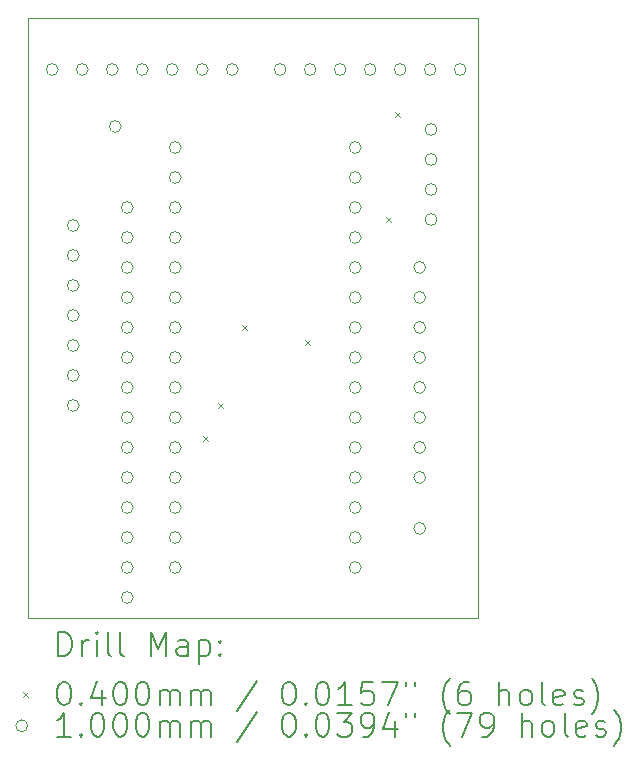
<source format=gbr>
%TF.GenerationSoftware,KiCad,Pcbnew,7.0.10*%
%TF.CreationDate,2024-01-19T13:14:59-08:00*%
%TF.ProjectId,Jettabrain,4a657474-6162-4726-9169-6e2e6b696361,rev?*%
%TF.SameCoordinates,Original*%
%TF.FileFunction,Drillmap*%
%TF.FilePolarity,Positive*%
%FSLAX45Y45*%
G04 Gerber Fmt 4.5, Leading zero omitted, Abs format (unit mm)*
G04 Created by KiCad (PCBNEW 7.0.10) date 2024-01-19 13:14:59*
%MOMM*%
%LPD*%
G01*
G04 APERTURE LIST*
%ADD10C,0.100000*%
%ADD11C,0.200000*%
G04 APERTURE END LIST*
D10*
X12217400Y-7747000D02*
X16027400Y-7747000D01*
X16027400Y-12827000D01*
X12217400Y-12827000D01*
X12217400Y-7747000D01*
D11*
D10*
X13696000Y-11283000D02*
X13736000Y-11323000D01*
X13736000Y-11283000D02*
X13696000Y-11323000D01*
X13823000Y-11003600D02*
X13863000Y-11043600D01*
X13863000Y-11003600D02*
X13823000Y-11043600D01*
X14026200Y-10343200D02*
X14066200Y-10383200D01*
X14066200Y-10343200D02*
X14026200Y-10383200D01*
X14559600Y-10470200D02*
X14599600Y-10510200D01*
X14599600Y-10470200D02*
X14559600Y-10510200D01*
X15245400Y-9429800D02*
X15285400Y-9469800D01*
X15285400Y-9429800D02*
X15245400Y-9469800D01*
X15321600Y-8539800D02*
X15361600Y-8579800D01*
X15361600Y-8539800D02*
X15321600Y-8579800D01*
X12470600Y-8178800D02*
G75*
G03*
X12370600Y-8178800I-50000J0D01*
G01*
X12370600Y-8178800D02*
G75*
G03*
X12470600Y-8178800I50000J0D01*
G01*
X12648400Y-9499600D02*
G75*
G03*
X12548400Y-9499600I-50000J0D01*
G01*
X12548400Y-9499600D02*
G75*
G03*
X12648400Y-9499600I50000J0D01*
G01*
X12648400Y-9753600D02*
G75*
G03*
X12548400Y-9753600I-50000J0D01*
G01*
X12548400Y-9753600D02*
G75*
G03*
X12648400Y-9753600I50000J0D01*
G01*
X12648400Y-10007600D02*
G75*
G03*
X12548400Y-10007600I-50000J0D01*
G01*
X12548400Y-10007600D02*
G75*
G03*
X12648400Y-10007600I50000J0D01*
G01*
X12648400Y-10261600D02*
G75*
G03*
X12548400Y-10261600I-50000J0D01*
G01*
X12548400Y-10261600D02*
G75*
G03*
X12648400Y-10261600I50000J0D01*
G01*
X12648400Y-10515600D02*
G75*
G03*
X12548400Y-10515600I-50000J0D01*
G01*
X12548400Y-10515600D02*
G75*
G03*
X12648400Y-10515600I50000J0D01*
G01*
X12648400Y-10769600D02*
G75*
G03*
X12548400Y-10769600I-50000J0D01*
G01*
X12548400Y-10769600D02*
G75*
G03*
X12648400Y-10769600I50000J0D01*
G01*
X12648400Y-11023600D02*
G75*
G03*
X12548400Y-11023600I-50000J0D01*
G01*
X12548400Y-11023600D02*
G75*
G03*
X12648400Y-11023600I50000J0D01*
G01*
X12724600Y-8178800D02*
G75*
G03*
X12624600Y-8178800I-50000J0D01*
G01*
X12624600Y-8178800D02*
G75*
G03*
X12724600Y-8178800I50000J0D01*
G01*
X12978600Y-8178800D02*
G75*
G03*
X12878600Y-8178800I-50000J0D01*
G01*
X12878600Y-8178800D02*
G75*
G03*
X12978600Y-8178800I50000J0D01*
G01*
X13004000Y-8661400D02*
G75*
G03*
X12904000Y-8661400I-50000J0D01*
G01*
X12904000Y-8661400D02*
G75*
G03*
X13004000Y-8661400I50000J0D01*
G01*
X13105600Y-9347200D02*
G75*
G03*
X13005600Y-9347200I-50000J0D01*
G01*
X13005600Y-9347200D02*
G75*
G03*
X13105600Y-9347200I50000J0D01*
G01*
X13105600Y-9601200D02*
G75*
G03*
X13005600Y-9601200I-50000J0D01*
G01*
X13005600Y-9601200D02*
G75*
G03*
X13105600Y-9601200I50000J0D01*
G01*
X13105600Y-9855200D02*
G75*
G03*
X13005600Y-9855200I-50000J0D01*
G01*
X13005600Y-9855200D02*
G75*
G03*
X13105600Y-9855200I50000J0D01*
G01*
X13105600Y-10109200D02*
G75*
G03*
X13005600Y-10109200I-50000J0D01*
G01*
X13005600Y-10109200D02*
G75*
G03*
X13105600Y-10109200I50000J0D01*
G01*
X13105600Y-10363200D02*
G75*
G03*
X13005600Y-10363200I-50000J0D01*
G01*
X13005600Y-10363200D02*
G75*
G03*
X13105600Y-10363200I50000J0D01*
G01*
X13105600Y-10617200D02*
G75*
G03*
X13005600Y-10617200I-50000J0D01*
G01*
X13005600Y-10617200D02*
G75*
G03*
X13105600Y-10617200I50000J0D01*
G01*
X13105600Y-10871200D02*
G75*
G03*
X13005600Y-10871200I-50000J0D01*
G01*
X13005600Y-10871200D02*
G75*
G03*
X13105600Y-10871200I50000J0D01*
G01*
X13105600Y-11125200D02*
G75*
G03*
X13005600Y-11125200I-50000J0D01*
G01*
X13005600Y-11125200D02*
G75*
G03*
X13105600Y-11125200I50000J0D01*
G01*
X13105600Y-11379200D02*
G75*
G03*
X13005600Y-11379200I-50000J0D01*
G01*
X13005600Y-11379200D02*
G75*
G03*
X13105600Y-11379200I50000J0D01*
G01*
X13105600Y-11633200D02*
G75*
G03*
X13005600Y-11633200I-50000J0D01*
G01*
X13005600Y-11633200D02*
G75*
G03*
X13105600Y-11633200I50000J0D01*
G01*
X13105600Y-11887200D02*
G75*
G03*
X13005600Y-11887200I-50000J0D01*
G01*
X13005600Y-11887200D02*
G75*
G03*
X13105600Y-11887200I50000J0D01*
G01*
X13105600Y-12141200D02*
G75*
G03*
X13005600Y-12141200I-50000J0D01*
G01*
X13005600Y-12141200D02*
G75*
G03*
X13105600Y-12141200I50000J0D01*
G01*
X13105600Y-12395200D02*
G75*
G03*
X13005600Y-12395200I-50000J0D01*
G01*
X13005600Y-12395200D02*
G75*
G03*
X13105600Y-12395200I50000J0D01*
G01*
X13105600Y-12649200D02*
G75*
G03*
X13005600Y-12649200I-50000J0D01*
G01*
X13005600Y-12649200D02*
G75*
G03*
X13105600Y-12649200I50000J0D01*
G01*
X13232600Y-8178800D02*
G75*
G03*
X13132600Y-8178800I-50000J0D01*
G01*
X13132600Y-8178800D02*
G75*
G03*
X13232600Y-8178800I50000J0D01*
G01*
X13486600Y-8178800D02*
G75*
G03*
X13386600Y-8178800I-50000J0D01*
G01*
X13386600Y-8178800D02*
G75*
G03*
X13486600Y-8178800I50000J0D01*
G01*
X13512000Y-8839200D02*
G75*
G03*
X13412000Y-8839200I-50000J0D01*
G01*
X13412000Y-8839200D02*
G75*
G03*
X13512000Y-8839200I50000J0D01*
G01*
X13512000Y-9093200D02*
G75*
G03*
X13412000Y-9093200I-50000J0D01*
G01*
X13412000Y-9093200D02*
G75*
G03*
X13512000Y-9093200I50000J0D01*
G01*
X13512000Y-9347200D02*
G75*
G03*
X13412000Y-9347200I-50000J0D01*
G01*
X13412000Y-9347200D02*
G75*
G03*
X13512000Y-9347200I50000J0D01*
G01*
X13512000Y-9601200D02*
G75*
G03*
X13412000Y-9601200I-50000J0D01*
G01*
X13412000Y-9601200D02*
G75*
G03*
X13512000Y-9601200I50000J0D01*
G01*
X13512000Y-9855200D02*
G75*
G03*
X13412000Y-9855200I-50000J0D01*
G01*
X13412000Y-9855200D02*
G75*
G03*
X13512000Y-9855200I50000J0D01*
G01*
X13512000Y-10109200D02*
G75*
G03*
X13412000Y-10109200I-50000J0D01*
G01*
X13412000Y-10109200D02*
G75*
G03*
X13512000Y-10109200I50000J0D01*
G01*
X13512000Y-10363200D02*
G75*
G03*
X13412000Y-10363200I-50000J0D01*
G01*
X13412000Y-10363200D02*
G75*
G03*
X13512000Y-10363200I50000J0D01*
G01*
X13512000Y-10617200D02*
G75*
G03*
X13412000Y-10617200I-50000J0D01*
G01*
X13412000Y-10617200D02*
G75*
G03*
X13512000Y-10617200I50000J0D01*
G01*
X13512000Y-10871200D02*
G75*
G03*
X13412000Y-10871200I-50000J0D01*
G01*
X13412000Y-10871200D02*
G75*
G03*
X13512000Y-10871200I50000J0D01*
G01*
X13512000Y-11125200D02*
G75*
G03*
X13412000Y-11125200I-50000J0D01*
G01*
X13412000Y-11125200D02*
G75*
G03*
X13512000Y-11125200I50000J0D01*
G01*
X13512000Y-11379200D02*
G75*
G03*
X13412000Y-11379200I-50000J0D01*
G01*
X13412000Y-11379200D02*
G75*
G03*
X13512000Y-11379200I50000J0D01*
G01*
X13512000Y-11633200D02*
G75*
G03*
X13412000Y-11633200I-50000J0D01*
G01*
X13412000Y-11633200D02*
G75*
G03*
X13512000Y-11633200I50000J0D01*
G01*
X13512000Y-11887200D02*
G75*
G03*
X13412000Y-11887200I-50000J0D01*
G01*
X13412000Y-11887200D02*
G75*
G03*
X13512000Y-11887200I50000J0D01*
G01*
X13512000Y-12141200D02*
G75*
G03*
X13412000Y-12141200I-50000J0D01*
G01*
X13412000Y-12141200D02*
G75*
G03*
X13512000Y-12141200I50000J0D01*
G01*
X13512000Y-12395200D02*
G75*
G03*
X13412000Y-12395200I-50000J0D01*
G01*
X13412000Y-12395200D02*
G75*
G03*
X13512000Y-12395200I50000J0D01*
G01*
X13740600Y-8178800D02*
G75*
G03*
X13640600Y-8178800I-50000J0D01*
G01*
X13640600Y-8178800D02*
G75*
G03*
X13740600Y-8178800I50000J0D01*
G01*
X13994600Y-8178800D02*
G75*
G03*
X13894600Y-8178800I-50000J0D01*
G01*
X13894600Y-8178800D02*
G75*
G03*
X13994600Y-8178800I50000J0D01*
G01*
X14400500Y-8178800D02*
G75*
G03*
X14300500Y-8178800I-50000J0D01*
G01*
X14300500Y-8178800D02*
G75*
G03*
X14400500Y-8178800I50000J0D01*
G01*
X14654500Y-8178800D02*
G75*
G03*
X14554500Y-8178800I-50000J0D01*
G01*
X14554500Y-8178800D02*
G75*
G03*
X14654500Y-8178800I50000J0D01*
G01*
X14908500Y-8178800D02*
G75*
G03*
X14808500Y-8178800I-50000J0D01*
G01*
X14808500Y-8178800D02*
G75*
G03*
X14908500Y-8178800I50000J0D01*
G01*
X15036000Y-8839200D02*
G75*
G03*
X14936000Y-8839200I-50000J0D01*
G01*
X14936000Y-8839200D02*
G75*
G03*
X15036000Y-8839200I50000J0D01*
G01*
X15036000Y-9093200D02*
G75*
G03*
X14936000Y-9093200I-50000J0D01*
G01*
X14936000Y-9093200D02*
G75*
G03*
X15036000Y-9093200I50000J0D01*
G01*
X15036000Y-9347200D02*
G75*
G03*
X14936000Y-9347200I-50000J0D01*
G01*
X14936000Y-9347200D02*
G75*
G03*
X15036000Y-9347200I50000J0D01*
G01*
X15036000Y-9601200D02*
G75*
G03*
X14936000Y-9601200I-50000J0D01*
G01*
X14936000Y-9601200D02*
G75*
G03*
X15036000Y-9601200I50000J0D01*
G01*
X15036000Y-9855200D02*
G75*
G03*
X14936000Y-9855200I-50000J0D01*
G01*
X14936000Y-9855200D02*
G75*
G03*
X15036000Y-9855200I50000J0D01*
G01*
X15036000Y-10109200D02*
G75*
G03*
X14936000Y-10109200I-50000J0D01*
G01*
X14936000Y-10109200D02*
G75*
G03*
X15036000Y-10109200I50000J0D01*
G01*
X15036000Y-10363200D02*
G75*
G03*
X14936000Y-10363200I-50000J0D01*
G01*
X14936000Y-10363200D02*
G75*
G03*
X15036000Y-10363200I50000J0D01*
G01*
X15036000Y-10617200D02*
G75*
G03*
X14936000Y-10617200I-50000J0D01*
G01*
X14936000Y-10617200D02*
G75*
G03*
X15036000Y-10617200I50000J0D01*
G01*
X15036000Y-10871200D02*
G75*
G03*
X14936000Y-10871200I-50000J0D01*
G01*
X14936000Y-10871200D02*
G75*
G03*
X15036000Y-10871200I50000J0D01*
G01*
X15036000Y-11125200D02*
G75*
G03*
X14936000Y-11125200I-50000J0D01*
G01*
X14936000Y-11125200D02*
G75*
G03*
X15036000Y-11125200I50000J0D01*
G01*
X15036000Y-11379200D02*
G75*
G03*
X14936000Y-11379200I-50000J0D01*
G01*
X14936000Y-11379200D02*
G75*
G03*
X15036000Y-11379200I50000J0D01*
G01*
X15036000Y-11633200D02*
G75*
G03*
X14936000Y-11633200I-50000J0D01*
G01*
X14936000Y-11633200D02*
G75*
G03*
X15036000Y-11633200I50000J0D01*
G01*
X15036000Y-11887200D02*
G75*
G03*
X14936000Y-11887200I-50000J0D01*
G01*
X14936000Y-11887200D02*
G75*
G03*
X15036000Y-11887200I50000J0D01*
G01*
X15036000Y-12141200D02*
G75*
G03*
X14936000Y-12141200I-50000J0D01*
G01*
X14936000Y-12141200D02*
G75*
G03*
X15036000Y-12141200I50000J0D01*
G01*
X15036000Y-12395200D02*
G75*
G03*
X14936000Y-12395200I-50000J0D01*
G01*
X14936000Y-12395200D02*
G75*
G03*
X15036000Y-12395200I50000J0D01*
G01*
X15162500Y-8178800D02*
G75*
G03*
X15062500Y-8178800I-50000J0D01*
G01*
X15062500Y-8178800D02*
G75*
G03*
X15162500Y-8178800I50000J0D01*
G01*
X15416500Y-8178800D02*
G75*
G03*
X15316500Y-8178800I-50000J0D01*
G01*
X15316500Y-8178800D02*
G75*
G03*
X15416500Y-8178800I50000J0D01*
G01*
X15582100Y-9855200D02*
G75*
G03*
X15482100Y-9855200I-50000J0D01*
G01*
X15482100Y-9855200D02*
G75*
G03*
X15582100Y-9855200I50000J0D01*
G01*
X15582100Y-10109200D02*
G75*
G03*
X15482100Y-10109200I-50000J0D01*
G01*
X15482100Y-10109200D02*
G75*
G03*
X15582100Y-10109200I50000J0D01*
G01*
X15582100Y-10363200D02*
G75*
G03*
X15482100Y-10363200I-50000J0D01*
G01*
X15482100Y-10363200D02*
G75*
G03*
X15582100Y-10363200I50000J0D01*
G01*
X15582100Y-10617200D02*
G75*
G03*
X15482100Y-10617200I-50000J0D01*
G01*
X15482100Y-10617200D02*
G75*
G03*
X15582100Y-10617200I50000J0D01*
G01*
X15582100Y-10871200D02*
G75*
G03*
X15482100Y-10871200I-50000J0D01*
G01*
X15482100Y-10871200D02*
G75*
G03*
X15582100Y-10871200I50000J0D01*
G01*
X15582100Y-11125200D02*
G75*
G03*
X15482100Y-11125200I-50000J0D01*
G01*
X15482100Y-11125200D02*
G75*
G03*
X15582100Y-11125200I50000J0D01*
G01*
X15582100Y-11379200D02*
G75*
G03*
X15482100Y-11379200I-50000J0D01*
G01*
X15482100Y-11379200D02*
G75*
G03*
X15582100Y-11379200I50000J0D01*
G01*
X15582100Y-11633200D02*
G75*
G03*
X15482100Y-11633200I-50000J0D01*
G01*
X15482100Y-11633200D02*
G75*
G03*
X15582100Y-11633200I50000J0D01*
G01*
X15582100Y-12065000D02*
G75*
G03*
X15482100Y-12065000I-50000J0D01*
G01*
X15482100Y-12065000D02*
G75*
G03*
X15582100Y-12065000I50000J0D01*
G01*
X15670500Y-8178800D02*
G75*
G03*
X15570500Y-8178800I-50000J0D01*
G01*
X15570500Y-8178800D02*
G75*
G03*
X15670500Y-8178800I50000J0D01*
G01*
X15678000Y-8687800D02*
G75*
G03*
X15578000Y-8687800I-50000J0D01*
G01*
X15578000Y-8687800D02*
G75*
G03*
X15678000Y-8687800I50000J0D01*
G01*
X15678000Y-8941800D02*
G75*
G03*
X15578000Y-8941800I-50000J0D01*
G01*
X15578000Y-8941800D02*
G75*
G03*
X15678000Y-8941800I50000J0D01*
G01*
X15678000Y-9195800D02*
G75*
G03*
X15578000Y-9195800I-50000J0D01*
G01*
X15578000Y-9195800D02*
G75*
G03*
X15678000Y-9195800I50000J0D01*
G01*
X15678000Y-9449800D02*
G75*
G03*
X15578000Y-9449800I-50000J0D01*
G01*
X15578000Y-9449800D02*
G75*
G03*
X15678000Y-9449800I50000J0D01*
G01*
X15924500Y-8178800D02*
G75*
G03*
X15824500Y-8178800I-50000J0D01*
G01*
X15824500Y-8178800D02*
G75*
G03*
X15924500Y-8178800I50000J0D01*
G01*
D11*
X12473177Y-13143484D02*
X12473177Y-12943484D01*
X12473177Y-12943484D02*
X12520796Y-12943484D01*
X12520796Y-12943484D02*
X12549367Y-12953008D01*
X12549367Y-12953008D02*
X12568415Y-12972055D01*
X12568415Y-12972055D02*
X12577939Y-12991103D01*
X12577939Y-12991103D02*
X12587462Y-13029198D01*
X12587462Y-13029198D02*
X12587462Y-13057769D01*
X12587462Y-13057769D02*
X12577939Y-13095865D01*
X12577939Y-13095865D02*
X12568415Y-13114912D01*
X12568415Y-13114912D02*
X12549367Y-13133960D01*
X12549367Y-13133960D02*
X12520796Y-13143484D01*
X12520796Y-13143484D02*
X12473177Y-13143484D01*
X12673177Y-13143484D02*
X12673177Y-13010150D01*
X12673177Y-13048246D02*
X12682701Y-13029198D01*
X12682701Y-13029198D02*
X12692224Y-13019674D01*
X12692224Y-13019674D02*
X12711272Y-13010150D01*
X12711272Y-13010150D02*
X12730320Y-13010150D01*
X12796986Y-13143484D02*
X12796986Y-13010150D01*
X12796986Y-12943484D02*
X12787462Y-12953008D01*
X12787462Y-12953008D02*
X12796986Y-12962531D01*
X12796986Y-12962531D02*
X12806510Y-12953008D01*
X12806510Y-12953008D02*
X12796986Y-12943484D01*
X12796986Y-12943484D02*
X12796986Y-12962531D01*
X12920796Y-13143484D02*
X12901748Y-13133960D01*
X12901748Y-13133960D02*
X12892224Y-13114912D01*
X12892224Y-13114912D02*
X12892224Y-12943484D01*
X13025558Y-13143484D02*
X13006510Y-13133960D01*
X13006510Y-13133960D02*
X12996986Y-13114912D01*
X12996986Y-13114912D02*
X12996986Y-12943484D01*
X13254129Y-13143484D02*
X13254129Y-12943484D01*
X13254129Y-12943484D02*
X13320796Y-13086341D01*
X13320796Y-13086341D02*
X13387462Y-12943484D01*
X13387462Y-12943484D02*
X13387462Y-13143484D01*
X13568415Y-13143484D02*
X13568415Y-13038722D01*
X13568415Y-13038722D02*
X13558891Y-13019674D01*
X13558891Y-13019674D02*
X13539843Y-13010150D01*
X13539843Y-13010150D02*
X13501748Y-13010150D01*
X13501748Y-13010150D02*
X13482701Y-13019674D01*
X13568415Y-13133960D02*
X13549367Y-13143484D01*
X13549367Y-13143484D02*
X13501748Y-13143484D01*
X13501748Y-13143484D02*
X13482701Y-13133960D01*
X13482701Y-13133960D02*
X13473177Y-13114912D01*
X13473177Y-13114912D02*
X13473177Y-13095865D01*
X13473177Y-13095865D02*
X13482701Y-13076817D01*
X13482701Y-13076817D02*
X13501748Y-13067293D01*
X13501748Y-13067293D02*
X13549367Y-13067293D01*
X13549367Y-13067293D02*
X13568415Y-13057769D01*
X13663653Y-13010150D02*
X13663653Y-13210150D01*
X13663653Y-13019674D02*
X13682701Y-13010150D01*
X13682701Y-13010150D02*
X13720796Y-13010150D01*
X13720796Y-13010150D02*
X13739843Y-13019674D01*
X13739843Y-13019674D02*
X13749367Y-13029198D01*
X13749367Y-13029198D02*
X13758891Y-13048246D01*
X13758891Y-13048246D02*
X13758891Y-13105388D01*
X13758891Y-13105388D02*
X13749367Y-13124436D01*
X13749367Y-13124436D02*
X13739843Y-13133960D01*
X13739843Y-13133960D02*
X13720796Y-13143484D01*
X13720796Y-13143484D02*
X13682701Y-13143484D01*
X13682701Y-13143484D02*
X13663653Y-13133960D01*
X13844605Y-13124436D02*
X13854129Y-13133960D01*
X13854129Y-13133960D02*
X13844605Y-13143484D01*
X13844605Y-13143484D02*
X13835082Y-13133960D01*
X13835082Y-13133960D02*
X13844605Y-13124436D01*
X13844605Y-13124436D02*
X13844605Y-13143484D01*
X13844605Y-13019674D02*
X13854129Y-13029198D01*
X13854129Y-13029198D02*
X13844605Y-13038722D01*
X13844605Y-13038722D02*
X13835082Y-13029198D01*
X13835082Y-13029198D02*
X13844605Y-13019674D01*
X13844605Y-13019674D02*
X13844605Y-13038722D01*
D10*
X12172400Y-13452000D02*
X12212400Y-13492000D01*
X12212400Y-13452000D02*
X12172400Y-13492000D01*
D11*
X12511272Y-13363484D02*
X12530320Y-13363484D01*
X12530320Y-13363484D02*
X12549367Y-13373008D01*
X12549367Y-13373008D02*
X12558891Y-13382531D01*
X12558891Y-13382531D02*
X12568415Y-13401579D01*
X12568415Y-13401579D02*
X12577939Y-13439674D01*
X12577939Y-13439674D02*
X12577939Y-13487293D01*
X12577939Y-13487293D02*
X12568415Y-13525388D01*
X12568415Y-13525388D02*
X12558891Y-13544436D01*
X12558891Y-13544436D02*
X12549367Y-13553960D01*
X12549367Y-13553960D02*
X12530320Y-13563484D01*
X12530320Y-13563484D02*
X12511272Y-13563484D01*
X12511272Y-13563484D02*
X12492224Y-13553960D01*
X12492224Y-13553960D02*
X12482701Y-13544436D01*
X12482701Y-13544436D02*
X12473177Y-13525388D01*
X12473177Y-13525388D02*
X12463653Y-13487293D01*
X12463653Y-13487293D02*
X12463653Y-13439674D01*
X12463653Y-13439674D02*
X12473177Y-13401579D01*
X12473177Y-13401579D02*
X12482701Y-13382531D01*
X12482701Y-13382531D02*
X12492224Y-13373008D01*
X12492224Y-13373008D02*
X12511272Y-13363484D01*
X12663653Y-13544436D02*
X12673177Y-13553960D01*
X12673177Y-13553960D02*
X12663653Y-13563484D01*
X12663653Y-13563484D02*
X12654129Y-13553960D01*
X12654129Y-13553960D02*
X12663653Y-13544436D01*
X12663653Y-13544436D02*
X12663653Y-13563484D01*
X12844605Y-13430150D02*
X12844605Y-13563484D01*
X12796986Y-13353960D02*
X12749367Y-13496817D01*
X12749367Y-13496817D02*
X12873177Y-13496817D01*
X12987462Y-13363484D02*
X13006510Y-13363484D01*
X13006510Y-13363484D02*
X13025558Y-13373008D01*
X13025558Y-13373008D02*
X13035082Y-13382531D01*
X13035082Y-13382531D02*
X13044605Y-13401579D01*
X13044605Y-13401579D02*
X13054129Y-13439674D01*
X13054129Y-13439674D02*
X13054129Y-13487293D01*
X13054129Y-13487293D02*
X13044605Y-13525388D01*
X13044605Y-13525388D02*
X13035082Y-13544436D01*
X13035082Y-13544436D02*
X13025558Y-13553960D01*
X13025558Y-13553960D02*
X13006510Y-13563484D01*
X13006510Y-13563484D02*
X12987462Y-13563484D01*
X12987462Y-13563484D02*
X12968415Y-13553960D01*
X12968415Y-13553960D02*
X12958891Y-13544436D01*
X12958891Y-13544436D02*
X12949367Y-13525388D01*
X12949367Y-13525388D02*
X12939843Y-13487293D01*
X12939843Y-13487293D02*
X12939843Y-13439674D01*
X12939843Y-13439674D02*
X12949367Y-13401579D01*
X12949367Y-13401579D02*
X12958891Y-13382531D01*
X12958891Y-13382531D02*
X12968415Y-13373008D01*
X12968415Y-13373008D02*
X12987462Y-13363484D01*
X13177939Y-13363484D02*
X13196986Y-13363484D01*
X13196986Y-13363484D02*
X13216034Y-13373008D01*
X13216034Y-13373008D02*
X13225558Y-13382531D01*
X13225558Y-13382531D02*
X13235082Y-13401579D01*
X13235082Y-13401579D02*
X13244605Y-13439674D01*
X13244605Y-13439674D02*
X13244605Y-13487293D01*
X13244605Y-13487293D02*
X13235082Y-13525388D01*
X13235082Y-13525388D02*
X13225558Y-13544436D01*
X13225558Y-13544436D02*
X13216034Y-13553960D01*
X13216034Y-13553960D02*
X13196986Y-13563484D01*
X13196986Y-13563484D02*
X13177939Y-13563484D01*
X13177939Y-13563484D02*
X13158891Y-13553960D01*
X13158891Y-13553960D02*
X13149367Y-13544436D01*
X13149367Y-13544436D02*
X13139843Y-13525388D01*
X13139843Y-13525388D02*
X13130320Y-13487293D01*
X13130320Y-13487293D02*
X13130320Y-13439674D01*
X13130320Y-13439674D02*
X13139843Y-13401579D01*
X13139843Y-13401579D02*
X13149367Y-13382531D01*
X13149367Y-13382531D02*
X13158891Y-13373008D01*
X13158891Y-13373008D02*
X13177939Y-13363484D01*
X13330320Y-13563484D02*
X13330320Y-13430150D01*
X13330320Y-13449198D02*
X13339843Y-13439674D01*
X13339843Y-13439674D02*
X13358891Y-13430150D01*
X13358891Y-13430150D02*
X13387463Y-13430150D01*
X13387463Y-13430150D02*
X13406510Y-13439674D01*
X13406510Y-13439674D02*
X13416034Y-13458722D01*
X13416034Y-13458722D02*
X13416034Y-13563484D01*
X13416034Y-13458722D02*
X13425558Y-13439674D01*
X13425558Y-13439674D02*
X13444605Y-13430150D01*
X13444605Y-13430150D02*
X13473177Y-13430150D01*
X13473177Y-13430150D02*
X13492224Y-13439674D01*
X13492224Y-13439674D02*
X13501748Y-13458722D01*
X13501748Y-13458722D02*
X13501748Y-13563484D01*
X13596986Y-13563484D02*
X13596986Y-13430150D01*
X13596986Y-13449198D02*
X13606510Y-13439674D01*
X13606510Y-13439674D02*
X13625558Y-13430150D01*
X13625558Y-13430150D02*
X13654129Y-13430150D01*
X13654129Y-13430150D02*
X13673177Y-13439674D01*
X13673177Y-13439674D02*
X13682701Y-13458722D01*
X13682701Y-13458722D02*
X13682701Y-13563484D01*
X13682701Y-13458722D02*
X13692224Y-13439674D01*
X13692224Y-13439674D02*
X13711272Y-13430150D01*
X13711272Y-13430150D02*
X13739843Y-13430150D01*
X13739843Y-13430150D02*
X13758891Y-13439674D01*
X13758891Y-13439674D02*
X13768415Y-13458722D01*
X13768415Y-13458722D02*
X13768415Y-13563484D01*
X14158891Y-13353960D02*
X13987463Y-13611103D01*
X14416034Y-13363484D02*
X14435082Y-13363484D01*
X14435082Y-13363484D02*
X14454129Y-13373008D01*
X14454129Y-13373008D02*
X14463653Y-13382531D01*
X14463653Y-13382531D02*
X14473177Y-13401579D01*
X14473177Y-13401579D02*
X14482701Y-13439674D01*
X14482701Y-13439674D02*
X14482701Y-13487293D01*
X14482701Y-13487293D02*
X14473177Y-13525388D01*
X14473177Y-13525388D02*
X14463653Y-13544436D01*
X14463653Y-13544436D02*
X14454129Y-13553960D01*
X14454129Y-13553960D02*
X14435082Y-13563484D01*
X14435082Y-13563484D02*
X14416034Y-13563484D01*
X14416034Y-13563484D02*
X14396986Y-13553960D01*
X14396986Y-13553960D02*
X14387463Y-13544436D01*
X14387463Y-13544436D02*
X14377939Y-13525388D01*
X14377939Y-13525388D02*
X14368415Y-13487293D01*
X14368415Y-13487293D02*
X14368415Y-13439674D01*
X14368415Y-13439674D02*
X14377939Y-13401579D01*
X14377939Y-13401579D02*
X14387463Y-13382531D01*
X14387463Y-13382531D02*
X14396986Y-13373008D01*
X14396986Y-13373008D02*
X14416034Y-13363484D01*
X14568415Y-13544436D02*
X14577939Y-13553960D01*
X14577939Y-13553960D02*
X14568415Y-13563484D01*
X14568415Y-13563484D02*
X14558891Y-13553960D01*
X14558891Y-13553960D02*
X14568415Y-13544436D01*
X14568415Y-13544436D02*
X14568415Y-13563484D01*
X14701748Y-13363484D02*
X14720796Y-13363484D01*
X14720796Y-13363484D02*
X14739844Y-13373008D01*
X14739844Y-13373008D02*
X14749367Y-13382531D01*
X14749367Y-13382531D02*
X14758891Y-13401579D01*
X14758891Y-13401579D02*
X14768415Y-13439674D01*
X14768415Y-13439674D02*
X14768415Y-13487293D01*
X14768415Y-13487293D02*
X14758891Y-13525388D01*
X14758891Y-13525388D02*
X14749367Y-13544436D01*
X14749367Y-13544436D02*
X14739844Y-13553960D01*
X14739844Y-13553960D02*
X14720796Y-13563484D01*
X14720796Y-13563484D02*
X14701748Y-13563484D01*
X14701748Y-13563484D02*
X14682701Y-13553960D01*
X14682701Y-13553960D02*
X14673177Y-13544436D01*
X14673177Y-13544436D02*
X14663653Y-13525388D01*
X14663653Y-13525388D02*
X14654129Y-13487293D01*
X14654129Y-13487293D02*
X14654129Y-13439674D01*
X14654129Y-13439674D02*
X14663653Y-13401579D01*
X14663653Y-13401579D02*
X14673177Y-13382531D01*
X14673177Y-13382531D02*
X14682701Y-13373008D01*
X14682701Y-13373008D02*
X14701748Y-13363484D01*
X14958891Y-13563484D02*
X14844606Y-13563484D01*
X14901748Y-13563484D02*
X14901748Y-13363484D01*
X14901748Y-13363484D02*
X14882701Y-13392055D01*
X14882701Y-13392055D02*
X14863653Y-13411103D01*
X14863653Y-13411103D02*
X14844606Y-13420627D01*
X15139844Y-13363484D02*
X15044606Y-13363484D01*
X15044606Y-13363484D02*
X15035082Y-13458722D01*
X15035082Y-13458722D02*
X15044606Y-13449198D01*
X15044606Y-13449198D02*
X15063653Y-13439674D01*
X15063653Y-13439674D02*
X15111272Y-13439674D01*
X15111272Y-13439674D02*
X15130320Y-13449198D01*
X15130320Y-13449198D02*
X15139844Y-13458722D01*
X15139844Y-13458722D02*
X15149367Y-13477769D01*
X15149367Y-13477769D02*
X15149367Y-13525388D01*
X15149367Y-13525388D02*
X15139844Y-13544436D01*
X15139844Y-13544436D02*
X15130320Y-13553960D01*
X15130320Y-13553960D02*
X15111272Y-13563484D01*
X15111272Y-13563484D02*
X15063653Y-13563484D01*
X15063653Y-13563484D02*
X15044606Y-13553960D01*
X15044606Y-13553960D02*
X15035082Y-13544436D01*
X15216034Y-13363484D02*
X15349367Y-13363484D01*
X15349367Y-13363484D02*
X15263653Y-13563484D01*
X15416034Y-13363484D02*
X15416034Y-13401579D01*
X15492225Y-13363484D02*
X15492225Y-13401579D01*
X15787463Y-13639674D02*
X15777939Y-13630150D01*
X15777939Y-13630150D02*
X15758891Y-13601579D01*
X15758891Y-13601579D02*
X15749368Y-13582531D01*
X15749368Y-13582531D02*
X15739844Y-13553960D01*
X15739844Y-13553960D02*
X15730320Y-13506341D01*
X15730320Y-13506341D02*
X15730320Y-13468246D01*
X15730320Y-13468246D02*
X15739844Y-13420627D01*
X15739844Y-13420627D02*
X15749368Y-13392055D01*
X15749368Y-13392055D02*
X15758891Y-13373008D01*
X15758891Y-13373008D02*
X15777939Y-13344436D01*
X15777939Y-13344436D02*
X15787463Y-13334912D01*
X15949368Y-13363484D02*
X15911272Y-13363484D01*
X15911272Y-13363484D02*
X15892225Y-13373008D01*
X15892225Y-13373008D02*
X15882701Y-13382531D01*
X15882701Y-13382531D02*
X15863653Y-13411103D01*
X15863653Y-13411103D02*
X15854129Y-13449198D01*
X15854129Y-13449198D02*
X15854129Y-13525388D01*
X15854129Y-13525388D02*
X15863653Y-13544436D01*
X15863653Y-13544436D02*
X15873177Y-13553960D01*
X15873177Y-13553960D02*
X15892225Y-13563484D01*
X15892225Y-13563484D02*
X15930320Y-13563484D01*
X15930320Y-13563484D02*
X15949368Y-13553960D01*
X15949368Y-13553960D02*
X15958891Y-13544436D01*
X15958891Y-13544436D02*
X15968415Y-13525388D01*
X15968415Y-13525388D02*
X15968415Y-13477769D01*
X15968415Y-13477769D02*
X15958891Y-13458722D01*
X15958891Y-13458722D02*
X15949368Y-13449198D01*
X15949368Y-13449198D02*
X15930320Y-13439674D01*
X15930320Y-13439674D02*
X15892225Y-13439674D01*
X15892225Y-13439674D02*
X15873177Y-13449198D01*
X15873177Y-13449198D02*
X15863653Y-13458722D01*
X15863653Y-13458722D02*
X15854129Y-13477769D01*
X16206510Y-13563484D02*
X16206510Y-13363484D01*
X16292225Y-13563484D02*
X16292225Y-13458722D01*
X16292225Y-13458722D02*
X16282701Y-13439674D01*
X16282701Y-13439674D02*
X16263653Y-13430150D01*
X16263653Y-13430150D02*
X16235082Y-13430150D01*
X16235082Y-13430150D02*
X16216034Y-13439674D01*
X16216034Y-13439674D02*
X16206510Y-13449198D01*
X16416034Y-13563484D02*
X16396987Y-13553960D01*
X16396987Y-13553960D02*
X16387463Y-13544436D01*
X16387463Y-13544436D02*
X16377939Y-13525388D01*
X16377939Y-13525388D02*
X16377939Y-13468246D01*
X16377939Y-13468246D02*
X16387463Y-13449198D01*
X16387463Y-13449198D02*
X16396987Y-13439674D01*
X16396987Y-13439674D02*
X16416034Y-13430150D01*
X16416034Y-13430150D02*
X16444606Y-13430150D01*
X16444606Y-13430150D02*
X16463653Y-13439674D01*
X16463653Y-13439674D02*
X16473177Y-13449198D01*
X16473177Y-13449198D02*
X16482701Y-13468246D01*
X16482701Y-13468246D02*
X16482701Y-13525388D01*
X16482701Y-13525388D02*
X16473177Y-13544436D01*
X16473177Y-13544436D02*
X16463653Y-13553960D01*
X16463653Y-13553960D02*
X16444606Y-13563484D01*
X16444606Y-13563484D02*
X16416034Y-13563484D01*
X16596987Y-13563484D02*
X16577939Y-13553960D01*
X16577939Y-13553960D02*
X16568415Y-13534912D01*
X16568415Y-13534912D02*
X16568415Y-13363484D01*
X16749368Y-13553960D02*
X16730320Y-13563484D01*
X16730320Y-13563484D02*
X16692225Y-13563484D01*
X16692225Y-13563484D02*
X16673177Y-13553960D01*
X16673177Y-13553960D02*
X16663653Y-13534912D01*
X16663653Y-13534912D02*
X16663653Y-13458722D01*
X16663653Y-13458722D02*
X16673177Y-13439674D01*
X16673177Y-13439674D02*
X16692225Y-13430150D01*
X16692225Y-13430150D02*
X16730320Y-13430150D01*
X16730320Y-13430150D02*
X16749368Y-13439674D01*
X16749368Y-13439674D02*
X16758891Y-13458722D01*
X16758891Y-13458722D02*
X16758891Y-13477769D01*
X16758891Y-13477769D02*
X16663653Y-13496817D01*
X16835082Y-13553960D02*
X16854130Y-13563484D01*
X16854130Y-13563484D02*
X16892225Y-13563484D01*
X16892225Y-13563484D02*
X16911273Y-13553960D01*
X16911273Y-13553960D02*
X16920796Y-13534912D01*
X16920796Y-13534912D02*
X16920796Y-13525388D01*
X16920796Y-13525388D02*
X16911273Y-13506341D01*
X16911273Y-13506341D02*
X16892225Y-13496817D01*
X16892225Y-13496817D02*
X16863653Y-13496817D01*
X16863653Y-13496817D02*
X16844606Y-13487293D01*
X16844606Y-13487293D02*
X16835082Y-13468246D01*
X16835082Y-13468246D02*
X16835082Y-13458722D01*
X16835082Y-13458722D02*
X16844606Y-13439674D01*
X16844606Y-13439674D02*
X16863653Y-13430150D01*
X16863653Y-13430150D02*
X16892225Y-13430150D01*
X16892225Y-13430150D02*
X16911273Y-13439674D01*
X16987463Y-13639674D02*
X16996987Y-13630150D01*
X16996987Y-13630150D02*
X17016034Y-13601579D01*
X17016034Y-13601579D02*
X17025558Y-13582531D01*
X17025558Y-13582531D02*
X17035082Y-13553960D01*
X17035082Y-13553960D02*
X17044606Y-13506341D01*
X17044606Y-13506341D02*
X17044606Y-13468246D01*
X17044606Y-13468246D02*
X17035082Y-13420627D01*
X17035082Y-13420627D02*
X17025558Y-13392055D01*
X17025558Y-13392055D02*
X17016034Y-13373008D01*
X17016034Y-13373008D02*
X16996987Y-13344436D01*
X16996987Y-13344436D02*
X16987463Y-13334912D01*
D10*
X12212400Y-13736000D02*
G75*
G03*
X12112400Y-13736000I-50000J0D01*
G01*
X12112400Y-13736000D02*
G75*
G03*
X12212400Y-13736000I50000J0D01*
G01*
D11*
X12577939Y-13827484D02*
X12463653Y-13827484D01*
X12520796Y-13827484D02*
X12520796Y-13627484D01*
X12520796Y-13627484D02*
X12501748Y-13656055D01*
X12501748Y-13656055D02*
X12482701Y-13675103D01*
X12482701Y-13675103D02*
X12463653Y-13684627D01*
X12663653Y-13808436D02*
X12673177Y-13817960D01*
X12673177Y-13817960D02*
X12663653Y-13827484D01*
X12663653Y-13827484D02*
X12654129Y-13817960D01*
X12654129Y-13817960D02*
X12663653Y-13808436D01*
X12663653Y-13808436D02*
X12663653Y-13827484D01*
X12796986Y-13627484D02*
X12816034Y-13627484D01*
X12816034Y-13627484D02*
X12835082Y-13637008D01*
X12835082Y-13637008D02*
X12844605Y-13646531D01*
X12844605Y-13646531D02*
X12854129Y-13665579D01*
X12854129Y-13665579D02*
X12863653Y-13703674D01*
X12863653Y-13703674D02*
X12863653Y-13751293D01*
X12863653Y-13751293D02*
X12854129Y-13789388D01*
X12854129Y-13789388D02*
X12844605Y-13808436D01*
X12844605Y-13808436D02*
X12835082Y-13817960D01*
X12835082Y-13817960D02*
X12816034Y-13827484D01*
X12816034Y-13827484D02*
X12796986Y-13827484D01*
X12796986Y-13827484D02*
X12777939Y-13817960D01*
X12777939Y-13817960D02*
X12768415Y-13808436D01*
X12768415Y-13808436D02*
X12758891Y-13789388D01*
X12758891Y-13789388D02*
X12749367Y-13751293D01*
X12749367Y-13751293D02*
X12749367Y-13703674D01*
X12749367Y-13703674D02*
X12758891Y-13665579D01*
X12758891Y-13665579D02*
X12768415Y-13646531D01*
X12768415Y-13646531D02*
X12777939Y-13637008D01*
X12777939Y-13637008D02*
X12796986Y-13627484D01*
X12987462Y-13627484D02*
X13006510Y-13627484D01*
X13006510Y-13627484D02*
X13025558Y-13637008D01*
X13025558Y-13637008D02*
X13035082Y-13646531D01*
X13035082Y-13646531D02*
X13044605Y-13665579D01*
X13044605Y-13665579D02*
X13054129Y-13703674D01*
X13054129Y-13703674D02*
X13054129Y-13751293D01*
X13054129Y-13751293D02*
X13044605Y-13789388D01*
X13044605Y-13789388D02*
X13035082Y-13808436D01*
X13035082Y-13808436D02*
X13025558Y-13817960D01*
X13025558Y-13817960D02*
X13006510Y-13827484D01*
X13006510Y-13827484D02*
X12987462Y-13827484D01*
X12987462Y-13827484D02*
X12968415Y-13817960D01*
X12968415Y-13817960D02*
X12958891Y-13808436D01*
X12958891Y-13808436D02*
X12949367Y-13789388D01*
X12949367Y-13789388D02*
X12939843Y-13751293D01*
X12939843Y-13751293D02*
X12939843Y-13703674D01*
X12939843Y-13703674D02*
X12949367Y-13665579D01*
X12949367Y-13665579D02*
X12958891Y-13646531D01*
X12958891Y-13646531D02*
X12968415Y-13637008D01*
X12968415Y-13637008D02*
X12987462Y-13627484D01*
X13177939Y-13627484D02*
X13196986Y-13627484D01*
X13196986Y-13627484D02*
X13216034Y-13637008D01*
X13216034Y-13637008D02*
X13225558Y-13646531D01*
X13225558Y-13646531D02*
X13235082Y-13665579D01*
X13235082Y-13665579D02*
X13244605Y-13703674D01*
X13244605Y-13703674D02*
X13244605Y-13751293D01*
X13244605Y-13751293D02*
X13235082Y-13789388D01*
X13235082Y-13789388D02*
X13225558Y-13808436D01*
X13225558Y-13808436D02*
X13216034Y-13817960D01*
X13216034Y-13817960D02*
X13196986Y-13827484D01*
X13196986Y-13827484D02*
X13177939Y-13827484D01*
X13177939Y-13827484D02*
X13158891Y-13817960D01*
X13158891Y-13817960D02*
X13149367Y-13808436D01*
X13149367Y-13808436D02*
X13139843Y-13789388D01*
X13139843Y-13789388D02*
X13130320Y-13751293D01*
X13130320Y-13751293D02*
X13130320Y-13703674D01*
X13130320Y-13703674D02*
X13139843Y-13665579D01*
X13139843Y-13665579D02*
X13149367Y-13646531D01*
X13149367Y-13646531D02*
X13158891Y-13637008D01*
X13158891Y-13637008D02*
X13177939Y-13627484D01*
X13330320Y-13827484D02*
X13330320Y-13694150D01*
X13330320Y-13713198D02*
X13339843Y-13703674D01*
X13339843Y-13703674D02*
X13358891Y-13694150D01*
X13358891Y-13694150D02*
X13387463Y-13694150D01*
X13387463Y-13694150D02*
X13406510Y-13703674D01*
X13406510Y-13703674D02*
X13416034Y-13722722D01*
X13416034Y-13722722D02*
X13416034Y-13827484D01*
X13416034Y-13722722D02*
X13425558Y-13703674D01*
X13425558Y-13703674D02*
X13444605Y-13694150D01*
X13444605Y-13694150D02*
X13473177Y-13694150D01*
X13473177Y-13694150D02*
X13492224Y-13703674D01*
X13492224Y-13703674D02*
X13501748Y-13722722D01*
X13501748Y-13722722D02*
X13501748Y-13827484D01*
X13596986Y-13827484D02*
X13596986Y-13694150D01*
X13596986Y-13713198D02*
X13606510Y-13703674D01*
X13606510Y-13703674D02*
X13625558Y-13694150D01*
X13625558Y-13694150D02*
X13654129Y-13694150D01*
X13654129Y-13694150D02*
X13673177Y-13703674D01*
X13673177Y-13703674D02*
X13682701Y-13722722D01*
X13682701Y-13722722D02*
X13682701Y-13827484D01*
X13682701Y-13722722D02*
X13692224Y-13703674D01*
X13692224Y-13703674D02*
X13711272Y-13694150D01*
X13711272Y-13694150D02*
X13739843Y-13694150D01*
X13739843Y-13694150D02*
X13758891Y-13703674D01*
X13758891Y-13703674D02*
X13768415Y-13722722D01*
X13768415Y-13722722D02*
X13768415Y-13827484D01*
X14158891Y-13617960D02*
X13987463Y-13875103D01*
X14416034Y-13627484D02*
X14435082Y-13627484D01*
X14435082Y-13627484D02*
X14454129Y-13637008D01*
X14454129Y-13637008D02*
X14463653Y-13646531D01*
X14463653Y-13646531D02*
X14473177Y-13665579D01*
X14473177Y-13665579D02*
X14482701Y-13703674D01*
X14482701Y-13703674D02*
X14482701Y-13751293D01*
X14482701Y-13751293D02*
X14473177Y-13789388D01*
X14473177Y-13789388D02*
X14463653Y-13808436D01*
X14463653Y-13808436D02*
X14454129Y-13817960D01*
X14454129Y-13817960D02*
X14435082Y-13827484D01*
X14435082Y-13827484D02*
X14416034Y-13827484D01*
X14416034Y-13827484D02*
X14396986Y-13817960D01*
X14396986Y-13817960D02*
X14387463Y-13808436D01*
X14387463Y-13808436D02*
X14377939Y-13789388D01*
X14377939Y-13789388D02*
X14368415Y-13751293D01*
X14368415Y-13751293D02*
X14368415Y-13703674D01*
X14368415Y-13703674D02*
X14377939Y-13665579D01*
X14377939Y-13665579D02*
X14387463Y-13646531D01*
X14387463Y-13646531D02*
X14396986Y-13637008D01*
X14396986Y-13637008D02*
X14416034Y-13627484D01*
X14568415Y-13808436D02*
X14577939Y-13817960D01*
X14577939Y-13817960D02*
X14568415Y-13827484D01*
X14568415Y-13827484D02*
X14558891Y-13817960D01*
X14558891Y-13817960D02*
X14568415Y-13808436D01*
X14568415Y-13808436D02*
X14568415Y-13827484D01*
X14701748Y-13627484D02*
X14720796Y-13627484D01*
X14720796Y-13627484D02*
X14739844Y-13637008D01*
X14739844Y-13637008D02*
X14749367Y-13646531D01*
X14749367Y-13646531D02*
X14758891Y-13665579D01*
X14758891Y-13665579D02*
X14768415Y-13703674D01*
X14768415Y-13703674D02*
X14768415Y-13751293D01*
X14768415Y-13751293D02*
X14758891Y-13789388D01*
X14758891Y-13789388D02*
X14749367Y-13808436D01*
X14749367Y-13808436D02*
X14739844Y-13817960D01*
X14739844Y-13817960D02*
X14720796Y-13827484D01*
X14720796Y-13827484D02*
X14701748Y-13827484D01*
X14701748Y-13827484D02*
X14682701Y-13817960D01*
X14682701Y-13817960D02*
X14673177Y-13808436D01*
X14673177Y-13808436D02*
X14663653Y-13789388D01*
X14663653Y-13789388D02*
X14654129Y-13751293D01*
X14654129Y-13751293D02*
X14654129Y-13703674D01*
X14654129Y-13703674D02*
X14663653Y-13665579D01*
X14663653Y-13665579D02*
X14673177Y-13646531D01*
X14673177Y-13646531D02*
X14682701Y-13637008D01*
X14682701Y-13637008D02*
X14701748Y-13627484D01*
X14835082Y-13627484D02*
X14958891Y-13627484D01*
X14958891Y-13627484D02*
X14892225Y-13703674D01*
X14892225Y-13703674D02*
X14920796Y-13703674D01*
X14920796Y-13703674D02*
X14939844Y-13713198D01*
X14939844Y-13713198D02*
X14949367Y-13722722D01*
X14949367Y-13722722D02*
X14958891Y-13741769D01*
X14958891Y-13741769D02*
X14958891Y-13789388D01*
X14958891Y-13789388D02*
X14949367Y-13808436D01*
X14949367Y-13808436D02*
X14939844Y-13817960D01*
X14939844Y-13817960D02*
X14920796Y-13827484D01*
X14920796Y-13827484D02*
X14863653Y-13827484D01*
X14863653Y-13827484D02*
X14844606Y-13817960D01*
X14844606Y-13817960D02*
X14835082Y-13808436D01*
X15054129Y-13827484D02*
X15092225Y-13827484D01*
X15092225Y-13827484D02*
X15111272Y-13817960D01*
X15111272Y-13817960D02*
X15120796Y-13808436D01*
X15120796Y-13808436D02*
X15139844Y-13779865D01*
X15139844Y-13779865D02*
X15149367Y-13741769D01*
X15149367Y-13741769D02*
X15149367Y-13665579D01*
X15149367Y-13665579D02*
X15139844Y-13646531D01*
X15139844Y-13646531D02*
X15130320Y-13637008D01*
X15130320Y-13637008D02*
X15111272Y-13627484D01*
X15111272Y-13627484D02*
X15073177Y-13627484D01*
X15073177Y-13627484D02*
X15054129Y-13637008D01*
X15054129Y-13637008D02*
X15044606Y-13646531D01*
X15044606Y-13646531D02*
X15035082Y-13665579D01*
X15035082Y-13665579D02*
X15035082Y-13713198D01*
X15035082Y-13713198D02*
X15044606Y-13732246D01*
X15044606Y-13732246D02*
X15054129Y-13741769D01*
X15054129Y-13741769D02*
X15073177Y-13751293D01*
X15073177Y-13751293D02*
X15111272Y-13751293D01*
X15111272Y-13751293D02*
X15130320Y-13741769D01*
X15130320Y-13741769D02*
X15139844Y-13732246D01*
X15139844Y-13732246D02*
X15149367Y-13713198D01*
X15320796Y-13694150D02*
X15320796Y-13827484D01*
X15273177Y-13617960D02*
X15225558Y-13760817D01*
X15225558Y-13760817D02*
X15349367Y-13760817D01*
X15416034Y-13627484D02*
X15416034Y-13665579D01*
X15492225Y-13627484D02*
X15492225Y-13665579D01*
X15787463Y-13903674D02*
X15777939Y-13894150D01*
X15777939Y-13894150D02*
X15758891Y-13865579D01*
X15758891Y-13865579D02*
X15749368Y-13846531D01*
X15749368Y-13846531D02*
X15739844Y-13817960D01*
X15739844Y-13817960D02*
X15730320Y-13770341D01*
X15730320Y-13770341D02*
X15730320Y-13732246D01*
X15730320Y-13732246D02*
X15739844Y-13684627D01*
X15739844Y-13684627D02*
X15749368Y-13656055D01*
X15749368Y-13656055D02*
X15758891Y-13637008D01*
X15758891Y-13637008D02*
X15777939Y-13608436D01*
X15777939Y-13608436D02*
X15787463Y-13598912D01*
X15844606Y-13627484D02*
X15977939Y-13627484D01*
X15977939Y-13627484D02*
X15892225Y-13827484D01*
X16063653Y-13827484D02*
X16101748Y-13827484D01*
X16101748Y-13827484D02*
X16120796Y-13817960D01*
X16120796Y-13817960D02*
X16130320Y-13808436D01*
X16130320Y-13808436D02*
X16149368Y-13779865D01*
X16149368Y-13779865D02*
X16158891Y-13741769D01*
X16158891Y-13741769D02*
X16158891Y-13665579D01*
X16158891Y-13665579D02*
X16149368Y-13646531D01*
X16149368Y-13646531D02*
X16139844Y-13637008D01*
X16139844Y-13637008D02*
X16120796Y-13627484D01*
X16120796Y-13627484D02*
X16082701Y-13627484D01*
X16082701Y-13627484D02*
X16063653Y-13637008D01*
X16063653Y-13637008D02*
X16054129Y-13646531D01*
X16054129Y-13646531D02*
X16044606Y-13665579D01*
X16044606Y-13665579D02*
X16044606Y-13713198D01*
X16044606Y-13713198D02*
X16054129Y-13732246D01*
X16054129Y-13732246D02*
X16063653Y-13741769D01*
X16063653Y-13741769D02*
X16082701Y-13751293D01*
X16082701Y-13751293D02*
X16120796Y-13751293D01*
X16120796Y-13751293D02*
X16139844Y-13741769D01*
X16139844Y-13741769D02*
X16149368Y-13732246D01*
X16149368Y-13732246D02*
X16158891Y-13713198D01*
X16396987Y-13827484D02*
X16396987Y-13627484D01*
X16482701Y-13827484D02*
X16482701Y-13722722D01*
X16482701Y-13722722D02*
X16473177Y-13703674D01*
X16473177Y-13703674D02*
X16454130Y-13694150D01*
X16454130Y-13694150D02*
X16425558Y-13694150D01*
X16425558Y-13694150D02*
X16406510Y-13703674D01*
X16406510Y-13703674D02*
X16396987Y-13713198D01*
X16606510Y-13827484D02*
X16587463Y-13817960D01*
X16587463Y-13817960D02*
X16577939Y-13808436D01*
X16577939Y-13808436D02*
X16568415Y-13789388D01*
X16568415Y-13789388D02*
X16568415Y-13732246D01*
X16568415Y-13732246D02*
X16577939Y-13713198D01*
X16577939Y-13713198D02*
X16587463Y-13703674D01*
X16587463Y-13703674D02*
X16606510Y-13694150D01*
X16606510Y-13694150D02*
X16635082Y-13694150D01*
X16635082Y-13694150D02*
X16654130Y-13703674D01*
X16654130Y-13703674D02*
X16663653Y-13713198D01*
X16663653Y-13713198D02*
X16673177Y-13732246D01*
X16673177Y-13732246D02*
X16673177Y-13789388D01*
X16673177Y-13789388D02*
X16663653Y-13808436D01*
X16663653Y-13808436D02*
X16654130Y-13817960D01*
X16654130Y-13817960D02*
X16635082Y-13827484D01*
X16635082Y-13827484D02*
X16606510Y-13827484D01*
X16787463Y-13827484D02*
X16768415Y-13817960D01*
X16768415Y-13817960D02*
X16758891Y-13798912D01*
X16758891Y-13798912D02*
X16758891Y-13627484D01*
X16939844Y-13817960D02*
X16920796Y-13827484D01*
X16920796Y-13827484D02*
X16882701Y-13827484D01*
X16882701Y-13827484D02*
X16863653Y-13817960D01*
X16863653Y-13817960D02*
X16854130Y-13798912D01*
X16854130Y-13798912D02*
X16854130Y-13722722D01*
X16854130Y-13722722D02*
X16863653Y-13703674D01*
X16863653Y-13703674D02*
X16882701Y-13694150D01*
X16882701Y-13694150D02*
X16920796Y-13694150D01*
X16920796Y-13694150D02*
X16939844Y-13703674D01*
X16939844Y-13703674D02*
X16949368Y-13722722D01*
X16949368Y-13722722D02*
X16949368Y-13741769D01*
X16949368Y-13741769D02*
X16854130Y-13760817D01*
X17025558Y-13817960D02*
X17044606Y-13827484D01*
X17044606Y-13827484D02*
X17082701Y-13827484D01*
X17082701Y-13827484D02*
X17101749Y-13817960D01*
X17101749Y-13817960D02*
X17111273Y-13798912D01*
X17111273Y-13798912D02*
X17111273Y-13789388D01*
X17111273Y-13789388D02*
X17101749Y-13770341D01*
X17101749Y-13770341D02*
X17082701Y-13760817D01*
X17082701Y-13760817D02*
X17054130Y-13760817D01*
X17054130Y-13760817D02*
X17035082Y-13751293D01*
X17035082Y-13751293D02*
X17025558Y-13732246D01*
X17025558Y-13732246D02*
X17025558Y-13722722D01*
X17025558Y-13722722D02*
X17035082Y-13703674D01*
X17035082Y-13703674D02*
X17054130Y-13694150D01*
X17054130Y-13694150D02*
X17082701Y-13694150D01*
X17082701Y-13694150D02*
X17101749Y-13703674D01*
X17177939Y-13903674D02*
X17187463Y-13894150D01*
X17187463Y-13894150D02*
X17206511Y-13865579D01*
X17206511Y-13865579D02*
X17216034Y-13846531D01*
X17216034Y-13846531D02*
X17225558Y-13817960D01*
X17225558Y-13817960D02*
X17235082Y-13770341D01*
X17235082Y-13770341D02*
X17235082Y-13732246D01*
X17235082Y-13732246D02*
X17225558Y-13684627D01*
X17225558Y-13684627D02*
X17216034Y-13656055D01*
X17216034Y-13656055D02*
X17206511Y-13637008D01*
X17206511Y-13637008D02*
X17187463Y-13608436D01*
X17187463Y-13608436D02*
X17177939Y-13598912D01*
M02*

</source>
